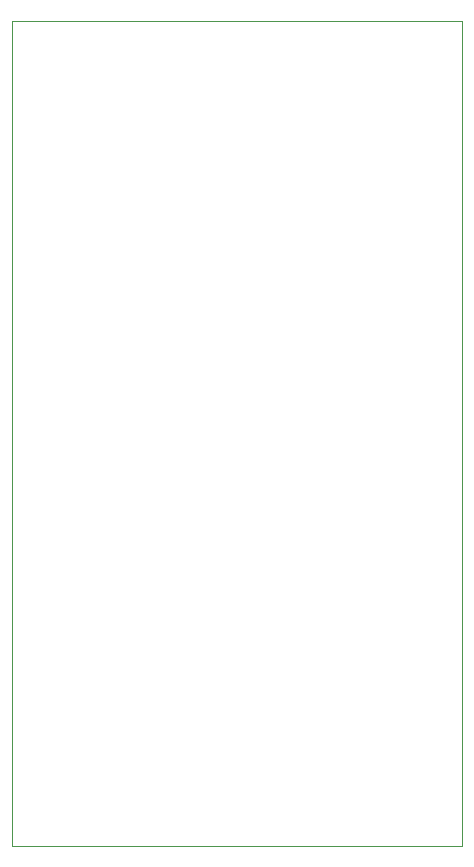
<source format=gbr>
G04 (created by PCBNEW (2013-06-11 BZR 4021)-stable) date Sun 01 Jun 2014 09:44:25 PM CDT*
%MOIN*%
G04 Gerber Fmt 3.4, Leading zero omitted, Abs format*
%FSLAX34Y34*%
G01*
G70*
G90*
G04 APERTURE LIST*
%ADD10C,0.00590551*%
%ADD11C,0.00393701*%
G04 APERTURE END LIST*
G54D10*
G54D11*
X81985Y-82095D02*
X66985Y-82095D01*
X81985Y-54595D02*
X81985Y-82095D01*
X66985Y-54595D02*
X81985Y-54595D01*
X66985Y-82095D02*
X66985Y-54595D01*
M02*

</source>
